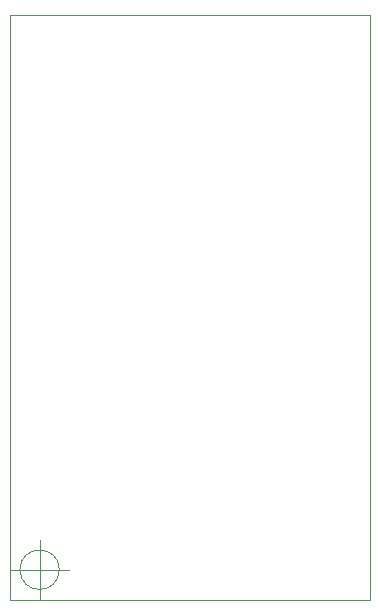
<source format=gbr>
G04 #@! TF.GenerationSoftware,KiCad,Pcbnew,(5.1.5)-3*
G04 #@! TF.CreationDate,2020-06-05T14:27:13-04:00*
G04 #@! TF.ProjectId,OSSC,4f535343-2e6b-4696-9361-645f70636258,rev?*
G04 #@! TF.SameCoordinates,Original*
G04 #@! TF.FileFunction,Profile,NP*
%FSLAX46Y46*%
G04 Gerber Fmt 4.6, Leading zero omitted, Abs format (unit mm)*
G04 Created by KiCad (PCBNEW (5.1.5)-3) date 2020-06-05 14:27:13*
%MOMM*%
%LPD*%
G04 APERTURE LIST*
%ADD10C,0.100000*%
%ADD11C,0.050000*%
G04 APERTURE END LIST*
D10*
X95250000Y-41910000D02*
X95250000Y-91440000D01*
X64770000Y-41910000D02*
X95250000Y-41910000D01*
X64770000Y-91440000D02*
X64770000Y-41910000D01*
X95250000Y-91440000D02*
X64770000Y-91440000D01*
D11*
X68976666Y-88900000D02*
G75*
G03X68976666Y-88900000I-1666666J0D01*
G01*
X64810000Y-88900000D02*
X69810000Y-88900000D01*
X67310000Y-86400000D02*
X67310000Y-91400000D01*
M02*

</source>
